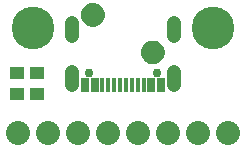
<source format=gbr>
G04 EAGLE Gerber RS-274X export*
G75*
%MOMM*%
%FSLAX34Y34*%
%LPD*%
%INSoldermask Top*%
%IPPOS*%
%AMOC8*
5,1,8,0,0,1.08239X$1,22.5*%
G01*
%ADD10C,1.101600*%
%ADD11C,0.500000*%
%ADD12C,3.617600*%
%ADD13R,0.676600X1.251600*%
%ADD14R,0.376600X1.251600*%
%ADD15C,1.209600*%
%ADD16C,0.751600*%
%ADD17C,2.032000*%
%ADD18R,1.176600X1.101600*%


D10*
X127000Y93980D03*
D11*
X127000Y86480D02*
X127181Y86482D01*
X127362Y86489D01*
X127543Y86500D01*
X127724Y86515D01*
X127904Y86535D01*
X128084Y86559D01*
X128263Y86587D01*
X128441Y86620D01*
X128618Y86657D01*
X128795Y86698D01*
X128970Y86743D01*
X129145Y86793D01*
X129318Y86847D01*
X129489Y86905D01*
X129660Y86967D01*
X129828Y87034D01*
X129995Y87104D01*
X130161Y87178D01*
X130324Y87257D01*
X130485Y87339D01*
X130645Y87425D01*
X130802Y87515D01*
X130957Y87609D01*
X131110Y87706D01*
X131260Y87808D01*
X131408Y87912D01*
X131554Y88021D01*
X131696Y88132D01*
X131836Y88248D01*
X131973Y88366D01*
X132108Y88488D01*
X132239Y88613D01*
X132367Y88741D01*
X132492Y88872D01*
X132614Y89007D01*
X132732Y89144D01*
X132848Y89284D01*
X132959Y89426D01*
X133068Y89572D01*
X133172Y89720D01*
X133274Y89870D01*
X133371Y90023D01*
X133465Y90178D01*
X133555Y90335D01*
X133641Y90495D01*
X133723Y90656D01*
X133802Y90819D01*
X133876Y90985D01*
X133946Y91152D01*
X134013Y91320D01*
X134075Y91491D01*
X134133Y91662D01*
X134187Y91835D01*
X134237Y92010D01*
X134282Y92185D01*
X134323Y92362D01*
X134360Y92539D01*
X134393Y92717D01*
X134421Y92896D01*
X134445Y93076D01*
X134465Y93256D01*
X134480Y93437D01*
X134491Y93618D01*
X134498Y93799D01*
X134500Y93980D01*
X127000Y86480D02*
X126819Y86482D01*
X126638Y86489D01*
X126457Y86500D01*
X126276Y86515D01*
X126096Y86535D01*
X125916Y86559D01*
X125737Y86587D01*
X125559Y86620D01*
X125382Y86657D01*
X125205Y86698D01*
X125030Y86743D01*
X124855Y86793D01*
X124682Y86847D01*
X124511Y86905D01*
X124340Y86967D01*
X124172Y87034D01*
X124005Y87104D01*
X123839Y87178D01*
X123676Y87257D01*
X123515Y87339D01*
X123355Y87425D01*
X123198Y87515D01*
X123043Y87609D01*
X122890Y87706D01*
X122740Y87808D01*
X122592Y87912D01*
X122446Y88021D01*
X122304Y88132D01*
X122164Y88248D01*
X122027Y88366D01*
X121892Y88488D01*
X121761Y88613D01*
X121633Y88741D01*
X121508Y88872D01*
X121386Y89007D01*
X121268Y89144D01*
X121152Y89284D01*
X121041Y89426D01*
X120932Y89572D01*
X120828Y89720D01*
X120726Y89870D01*
X120629Y90023D01*
X120535Y90178D01*
X120445Y90335D01*
X120359Y90495D01*
X120277Y90656D01*
X120198Y90819D01*
X120124Y90985D01*
X120054Y91152D01*
X119987Y91320D01*
X119925Y91491D01*
X119867Y91662D01*
X119813Y91835D01*
X119763Y92010D01*
X119718Y92185D01*
X119677Y92362D01*
X119640Y92539D01*
X119607Y92717D01*
X119579Y92896D01*
X119555Y93076D01*
X119535Y93256D01*
X119520Y93437D01*
X119509Y93618D01*
X119502Y93799D01*
X119500Y93980D01*
X119502Y94161D01*
X119509Y94342D01*
X119520Y94523D01*
X119535Y94704D01*
X119555Y94884D01*
X119579Y95064D01*
X119607Y95243D01*
X119640Y95421D01*
X119677Y95598D01*
X119718Y95775D01*
X119763Y95950D01*
X119813Y96125D01*
X119867Y96298D01*
X119925Y96469D01*
X119987Y96640D01*
X120054Y96808D01*
X120124Y96975D01*
X120198Y97141D01*
X120277Y97304D01*
X120359Y97465D01*
X120445Y97625D01*
X120535Y97782D01*
X120629Y97937D01*
X120726Y98090D01*
X120828Y98240D01*
X120932Y98388D01*
X121041Y98534D01*
X121152Y98676D01*
X121268Y98816D01*
X121386Y98953D01*
X121508Y99088D01*
X121633Y99219D01*
X121761Y99347D01*
X121892Y99472D01*
X122027Y99594D01*
X122164Y99712D01*
X122304Y99828D01*
X122446Y99939D01*
X122592Y100048D01*
X122740Y100152D01*
X122890Y100254D01*
X123043Y100351D01*
X123198Y100445D01*
X123355Y100535D01*
X123515Y100621D01*
X123676Y100703D01*
X123839Y100782D01*
X124005Y100856D01*
X124172Y100926D01*
X124340Y100993D01*
X124511Y101055D01*
X124682Y101113D01*
X124855Y101167D01*
X125030Y101217D01*
X125205Y101262D01*
X125382Y101303D01*
X125559Y101340D01*
X125737Y101373D01*
X125916Y101401D01*
X126096Y101425D01*
X126276Y101445D01*
X126457Y101460D01*
X126638Y101471D01*
X126819Y101478D01*
X127000Y101480D01*
X127181Y101478D01*
X127362Y101471D01*
X127543Y101460D01*
X127724Y101445D01*
X127904Y101425D01*
X128084Y101401D01*
X128263Y101373D01*
X128441Y101340D01*
X128618Y101303D01*
X128795Y101262D01*
X128970Y101217D01*
X129145Y101167D01*
X129318Y101113D01*
X129489Y101055D01*
X129660Y100993D01*
X129828Y100926D01*
X129995Y100856D01*
X130161Y100782D01*
X130324Y100703D01*
X130485Y100621D01*
X130645Y100535D01*
X130802Y100445D01*
X130957Y100351D01*
X131110Y100254D01*
X131260Y100152D01*
X131408Y100048D01*
X131554Y99939D01*
X131696Y99828D01*
X131836Y99712D01*
X131973Y99594D01*
X132108Y99472D01*
X132239Y99347D01*
X132367Y99219D01*
X132492Y99088D01*
X132614Y98953D01*
X132732Y98816D01*
X132848Y98676D01*
X132959Y98534D01*
X133068Y98388D01*
X133172Y98240D01*
X133274Y98090D01*
X133371Y97937D01*
X133465Y97782D01*
X133555Y97625D01*
X133641Y97465D01*
X133723Y97304D01*
X133802Y97141D01*
X133876Y96975D01*
X133946Y96808D01*
X134013Y96640D01*
X134075Y96469D01*
X134133Y96298D01*
X134187Y96125D01*
X134237Y95950D01*
X134282Y95775D01*
X134323Y95598D01*
X134360Y95421D01*
X134393Y95243D01*
X134421Y95064D01*
X134445Y94884D01*
X134465Y94704D01*
X134480Y94523D01*
X134491Y94342D01*
X134498Y94161D01*
X134500Y93980D01*
D10*
X76200Y125730D03*
D11*
X76200Y118230D02*
X76381Y118232D01*
X76562Y118239D01*
X76743Y118250D01*
X76924Y118265D01*
X77104Y118285D01*
X77284Y118309D01*
X77463Y118337D01*
X77641Y118370D01*
X77818Y118407D01*
X77995Y118448D01*
X78170Y118493D01*
X78345Y118543D01*
X78518Y118597D01*
X78689Y118655D01*
X78860Y118717D01*
X79028Y118784D01*
X79195Y118854D01*
X79361Y118928D01*
X79524Y119007D01*
X79685Y119089D01*
X79845Y119175D01*
X80002Y119265D01*
X80157Y119359D01*
X80310Y119456D01*
X80460Y119558D01*
X80608Y119662D01*
X80754Y119771D01*
X80896Y119882D01*
X81036Y119998D01*
X81173Y120116D01*
X81308Y120238D01*
X81439Y120363D01*
X81567Y120491D01*
X81692Y120622D01*
X81814Y120757D01*
X81932Y120894D01*
X82048Y121034D01*
X82159Y121176D01*
X82268Y121322D01*
X82372Y121470D01*
X82474Y121620D01*
X82571Y121773D01*
X82665Y121928D01*
X82755Y122085D01*
X82841Y122245D01*
X82923Y122406D01*
X83002Y122569D01*
X83076Y122735D01*
X83146Y122902D01*
X83213Y123070D01*
X83275Y123241D01*
X83333Y123412D01*
X83387Y123585D01*
X83437Y123760D01*
X83482Y123935D01*
X83523Y124112D01*
X83560Y124289D01*
X83593Y124467D01*
X83621Y124646D01*
X83645Y124826D01*
X83665Y125006D01*
X83680Y125187D01*
X83691Y125368D01*
X83698Y125549D01*
X83700Y125730D01*
X76200Y118230D02*
X76019Y118232D01*
X75838Y118239D01*
X75657Y118250D01*
X75476Y118265D01*
X75296Y118285D01*
X75116Y118309D01*
X74937Y118337D01*
X74759Y118370D01*
X74582Y118407D01*
X74405Y118448D01*
X74230Y118493D01*
X74055Y118543D01*
X73882Y118597D01*
X73711Y118655D01*
X73540Y118717D01*
X73372Y118784D01*
X73205Y118854D01*
X73039Y118928D01*
X72876Y119007D01*
X72715Y119089D01*
X72555Y119175D01*
X72398Y119265D01*
X72243Y119359D01*
X72090Y119456D01*
X71940Y119558D01*
X71792Y119662D01*
X71646Y119771D01*
X71504Y119882D01*
X71364Y119998D01*
X71227Y120116D01*
X71092Y120238D01*
X70961Y120363D01*
X70833Y120491D01*
X70708Y120622D01*
X70586Y120757D01*
X70468Y120894D01*
X70352Y121034D01*
X70241Y121176D01*
X70132Y121322D01*
X70028Y121470D01*
X69926Y121620D01*
X69829Y121773D01*
X69735Y121928D01*
X69645Y122085D01*
X69559Y122245D01*
X69477Y122406D01*
X69398Y122569D01*
X69324Y122735D01*
X69254Y122902D01*
X69187Y123070D01*
X69125Y123241D01*
X69067Y123412D01*
X69013Y123585D01*
X68963Y123760D01*
X68918Y123935D01*
X68877Y124112D01*
X68840Y124289D01*
X68807Y124467D01*
X68779Y124646D01*
X68755Y124826D01*
X68735Y125006D01*
X68720Y125187D01*
X68709Y125368D01*
X68702Y125549D01*
X68700Y125730D01*
X68702Y125911D01*
X68709Y126092D01*
X68720Y126273D01*
X68735Y126454D01*
X68755Y126634D01*
X68779Y126814D01*
X68807Y126993D01*
X68840Y127171D01*
X68877Y127348D01*
X68918Y127525D01*
X68963Y127700D01*
X69013Y127875D01*
X69067Y128048D01*
X69125Y128219D01*
X69187Y128390D01*
X69254Y128558D01*
X69324Y128725D01*
X69398Y128891D01*
X69477Y129054D01*
X69559Y129215D01*
X69645Y129375D01*
X69735Y129532D01*
X69829Y129687D01*
X69926Y129840D01*
X70028Y129990D01*
X70132Y130138D01*
X70241Y130284D01*
X70352Y130426D01*
X70468Y130566D01*
X70586Y130703D01*
X70708Y130838D01*
X70833Y130969D01*
X70961Y131097D01*
X71092Y131222D01*
X71227Y131344D01*
X71364Y131462D01*
X71504Y131578D01*
X71646Y131689D01*
X71792Y131798D01*
X71940Y131902D01*
X72090Y132004D01*
X72243Y132101D01*
X72398Y132195D01*
X72555Y132285D01*
X72715Y132371D01*
X72876Y132453D01*
X73039Y132532D01*
X73205Y132606D01*
X73372Y132676D01*
X73540Y132743D01*
X73711Y132805D01*
X73882Y132863D01*
X74055Y132917D01*
X74230Y132967D01*
X74405Y133012D01*
X74582Y133053D01*
X74759Y133090D01*
X74937Y133123D01*
X75116Y133151D01*
X75296Y133175D01*
X75476Y133195D01*
X75657Y133210D01*
X75838Y133221D01*
X76019Y133228D01*
X76200Y133230D01*
X76381Y133228D01*
X76562Y133221D01*
X76743Y133210D01*
X76924Y133195D01*
X77104Y133175D01*
X77284Y133151D01*
X77463Y133123D01*
X77641Y133090D01*
X77818Y133053D01*
X77995Y133012D01*
X78170Y132967D01*
X78345Y132917D01*
X78518Y132863D01*
X78689Y132805D01*
X78860Y132743D01*
X79028Y132676D01*
X79195Y132606D01*
X79361Y132532D01*
X79524Y132453D01*
X79685Y132371D01*
X79845Y132285D01*
X80002Y132195D01*
X80157Y132101D01*
X80310Y132004D01*
X80460Y131902D01*
X80608Y131798D01*
X80754Y131689D01*
X80896Y131578D01*
X81036Y131462D01*
X81173Y131344D01*
X81308Y131222D01*
X81439Y131097D01*
X81567Y130969D01*
X81692Y130838D01*
X81814Y130703D01*
X81932Y130566D01*
X82048Y130426D01*
X82159Y130284D01*
X82268Y130138D01*
X82372Y129990D01*
X82474Y129840D01*
X82571Y129687D01*
X82665Y129532D01*
X82755Y129375D01*
X82841Y129215D01*
X82923Y129054D01*
X83002Y128891D01*
X83076Y128725D01*
X83146Y128558D01*
X83213Y128390D01*
X83275Y128219D01*
X83333Y128048D01*
X83387Y127875D01*
X83437Y127700D01*
X83482Y127525D01*
X83523Y127348D01*
X83560Y127171D01*
X83593Y126993D01*
X83621Y126814D01*
X83645Y126634D01*
X83665Y126454D01*
X83680Y126273D01*
X83691Y126092D01*
X83698Y125911D01*
X83700Y125730D01*
D12*
X177800Y114300D03*
X25400Y114300D03*
D13*
X133600Y66150D03*
X125600Y66150D03*
D14*
X119100Y66150D03*
X114100Y66150D03*
X109100Y66150D03*
X104100Y66150D03*
X99100Y66150D03*
X94100Y66150D03*
X89100Y66150D03*
X84100Y66150D03*
D13*
X77600Y66150D03*
X69600Y66150D03*
D15*
X144800Y108160D02*
X144800Y119240D01*
X58400Y119240D02*
X58400Y108160D01*
X58400Y77440D02*
X58400Y66360D01*
X144800Y66360D02*
X144800Y77440D01*
D16*
X72700Y76900D03*
X130500Y76900D03*
D17*
X190500Y25400D03*
X165100Y25400D03*
X139700Y25400D03*
X114300Y25400D03*
X88900Y25400D03*
X63500Y25400D03*
X38100Y25400D03*
X12700Y25400D03*
D18*
X11820Y58420D03*
X28820Y58420D03*
X11820Y76200D03*
X28820Y76200D03*
M02*

</source>
